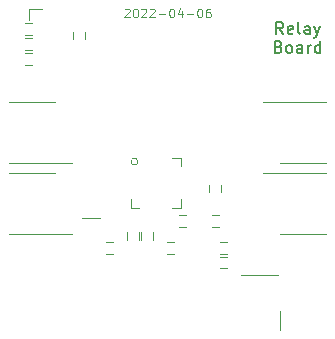
<source format=gbr>
%TF.GenerationSoftware,KiCad,Pcbnew,(6.0.2-0)*%
%TF.CreationDate,2022-04-19T10:39:15+01:00*%
%TF.ProjectId,Relay,52656c61-792e-46b6-9963-61645f706362,2*%
%TF.SameCoordinates,Original*%
%TF.FileFunction,Legend,Top*%
%TF.FilePolarity,Positive*%
%FSLAX46Y46*%
G04 Gerber Fmt 4.6, Leading zero omitted, Abs format (unit mm)*
G04 Created by KiCad (PCBNEW (6.0.2-0)) date 2022-04-19 10:39:15*
%MOMM*%
%LPD*%
G01*
G04 APERTURE LIST*
%ADD10C,0.150000*%
%ADD11C,0.100000*%
%ADD12C,0.120000*%
G04 APERTURE END LIST*
D10*
X114535714Y-34147380D02*
X114202380Y-33671190D01*
X113964285Y-34147380D02*
X113964285Y-33147380D01*
X114345238Y-33147380D01*
X114440476Y-33195000D01*
X114488095Y-33242619D01*
X114535714Y-33337857D01*
X114535714Y-33480714D01*
X114488095Y-33575952D01*
X114440476Y-33623571D01*
X114345238Y-33671190D01*
X113964285Y-33671190D01*
X115345238Y-34099761D02*
X115250000Y-34147380D01*
X115059523Y-34147380D01*
X114964285Y-34099761D01*
X114916666Y-34004523D01*
X114916666Y-33623571D01*
X114964285Y-33528333D01*
X115059523Y-33480714D01*
X115250000Y-33480714D01*
X115345238Y-33528333D01*
X115392857Y-33623571D01*
X115392857Y-33718809D01*
X114916666Y-33814047D01*
X115964285Y-34147380D02*
X115869047Y-34099761D01*
X115821428Y-34004523D01*
X115821428Y-33147380D01*
X116773809Y-34147380D02*
X116773809Y-33623571D01*
X116726190Y-33528333D01*
X116630952Y-33480714D01*
X116440476Y-33480714D01*
X116345238Y-33528333D01*
X116773809Y-34099761D02*
X116678571Y-34147380D01*
X116440476Y-34147380D01*
X116345238Y-34099761D01*
X116297619Y-34004523D01*
X116297619Y-33909285D01*
X116345238Y-33814047D01*
X116440476Y-33766428D01*
X116678571Y-33766428D01*
X116773809Y-33718809D01*
X117154761Y-33480714D02*
X117392857Y-34147380D01*
X117630952Y-33480714D02*
X117392857Y-34147380D01*
X117297619Y-34385476D01*
X117250000Y-34433095D01*
X117154761Y-34480714D01*
X114154761Y-35233571D02*
X114297619Y-35281190D01*
X114345238Y-35328809D01*
X114392857Y-35424047D01*
X114392857Y-35566904D01*
X114345238Y-35662142D01*
X114297619Y-35709761D01*
X114202380Y-35757380D01*
X113821428Y-35757380D01*
X113821428Y-34757380D01*
X114154761Y-34757380D01*
X114250000Y-34805000D01*
X114297619Y-34852619D01*
X114345238Y-34947857D01*
X114345238Y-35043095D01*
X114297619Y-35138333D01*
X114250000Y-35185952D01*
X114154761Y-35233571D01*
X113821428Y-35233571D01*
X114964285Y-35757380D02*
X114869047Y-35709761D01*
X114821428Y-35662142D01*
X114773809Y-35566904D01*
X114773809Y-35281190D01*
X114821428Y-35185952D01*
X114869047Y-35138333D01*
X114964285Y-35090714D01*
X115107142Y-35090714D01*
X115202380Y-35138333D01*
X115250000Y-35185952D01*
X115297619Y-35281190D01*
X115297619Y-35566904D01*
X115250000Y-35662142D01*
X115202380Y-35709761D01*
X115107142Y-35757380D01*
X114964285Y-35757380D01*
X116154761Y-35757380D02*
X116154761Y-35233571D01*
X116107142Y-35138333D01*
X116011904Y-35090714D01*
X115821428Y-35090714D01*
X115726190Y-35138333D01*
X116154761Y-35709761D02*
X116059523Y-35757380D01*
X115821428Y-35757380D01*
X115726190Y-35709761D01*
X115678571Y-35614523D01*
X115678571Y-35519285D01*
X115726190Y-35424047D01*
X115821428Y-35376428D01*
X116059523Y-35376428D01*
X116154761Y-35328809D01*
X116630952Y-35757380D02*
X116630952Y-35090714D01*
X116630952Y-35281190D02*
X116678571Y-35185952D01*
X116726190Y-35138333D01*
X116821428Y-35090714D01*
X116916666Y-35090714D01*
X117678571Y-35757380D02*
X117678571Y-34757380D01*
X117678571Y-35709761D02*
X117583333Y-35757380D01*
X117392857Y-35757380D01*
X117297619Y-35709761D01*
X117250000Y-35662142D01*
X117202380Y-35566904D01*
X117202380Y-35281190D01*
X117250000Y-35185952D01*
X117297619Y-35138333D01*
X117392857Y-35090714D01*
X117583333Y-35090714D01*
X117678571Y-35138333D01*
D11*
%TO.C,U1*%
X101107142Y-32060714D02*
X101142857Y-32025000D01*
X101214285Y-31989285D01*
X101392857Y-31989285D01*
X101464285Y-32025000D01*
X101500000Y-32060714D01*
X101535714Y-32132142D01*
X101535714Y-32203571D01*
X101500000Y-32310714D01*
X101071428Y-32739285D01*
X101535714Y-32739285D01*
X102000000Y-31989285D02*
X102071428Y-31989285D01*
X102142857Y-32025000D01*
X102178571Y-32060714D01*
X102214285Y-32132142D01*
X102250000Y-32275000D01*
X102250000Y-32453571D01*
X102214285Y-32596428D01*
X102178571Y-32667857D01*
X102142857Y-32703571D01*
X102071428Y-32739285D01*
X102000000Y-32739285D01*
X101928571Y-32703571D01*
X101892857Y-32667857D01*
X101857142Y-32596428D01*
X101821428Y-32453571D01*
X101821428Y-32275000D01*
X101857142Y-32132142D01*
X101892857Y-32060714D01*
X101928571Y-32025000D01*
X102000000Y-31989285D01*
X102535714Y-32060714D02*
X102571428Y-32025000D01*
X102642857Y-31989285D01*
X102821428Y-31989285D01*
X102892857Y-32025000D01*
X102928571Y-32060714D01*
X102964285Y-32132142D01*
X102964285Y-32203571D01*
X102928571Y-32310714D01*
X102500000Y-32739285D01*
X102964285Y-32739285D01*
X103250000Y-32060714D02*
X103285714Y-32025000D01*
X103357142Y-31989285D01*
X103535714Y-31989285D01*
X103607142Y-32025000D01*
X103642857Y-32060714D01*
X103678571Y-32132142D01*
X103678571Y-32203571D01*
X103642857Y-32310714D01*
X103214285Y-32739285D01*
X103678571Y-32739285D01*
X104000000Y-32453571D02*
X104571428Y-32453571D01*
X105071428Y-31989285D02*
X105142857Y-31989285D01*
X105214285Y-32025000D01*
X105250000Y-32060714D01*
X105285714Y-32132142D01*
X105321428Y-32275000D01*
X105321428Y-32453571D01*
X105285714Y-32596428D01*
X105250000Y-32667857D01*
X105214285Y-32703571D01*
X105142857Y-32739285D01*
X105071428Y-32739285D01*
X105000000Y-32703571D01*
X104964285Y-32667857D01*
X104928571Y-32596428D01*
X104892857Y-32453571D01*
X104892857Y-32275000D01*
X104928571Y-32132142D01*
X104964285Y-32060714D01*
X105000000Y-32025000D01*
X105071428Y-31989285D01*
X105964285Y-32239285D02*
X105964285Y-32739285D01*
X105785714Y-31953571D02*
X105607142Y-32489285D01*
X106071428Y-32489285D01*
X106357142Y-32453571D02*
X106928571Y-32453571D01*
X107428571Y-31989285D02*
X107500000Y-31989285D01*
X107571428Y-32025000D01*
X107607142Y-32060714D01*
X107642857Y-32132142D01*
X107678571Y-32275000D01*
X107678571Y-32453571D01*
X107642857Y-32596428D01*
X107607142Y-32667857D01*
X107571428Y-32703571D01*
X107500000Y-32739285D01*
X107428571Y-32739285D01*
X107357142Y-32703571D01*
X107321428Y-32667857D01*
X107285714Y-32596428D01*
X107250000Y-32453571D01*
X107250000Y-32275000D01*
X107285714Y-32132142D01*
X107321428Y-32060714D01*
X107357142Y-32025000D01*
X107428571Y-31989285D01*
X108321428Y-31989285D02*
X108178571Y-31989285D01*
X108107142Y-32025000D01*
X108071428Y-32060714D01*
X108000000Y-32167857D01*
X107964285Y-32310714D01*
X107964285Y-32596428D01*
X108000000Y-32667857D01*
X108035714Y-32703571D01*
X108107142Y-32739285D01*
X108250000Y-32739285D01*
X108321428Y-32703571D01*
X108357142Y-32667857D01*
X108392857Y-32596428D01*
X108392857Y-32417857D01*
X108357142Y-32346428D01*
X108321428Y-32310714D01*
X108250000Y-32275000D01*
X108107142Y-32275000D01*
X108035714Y-32310714D01*
X108000000Y-32346428D01*
X107964285Y-32417857D01*
D12*
%TO.C,R7*%
X103500000Y-50950000D02*
X103500000Y-51550000D01*
X102500000Y-50950000D02*
X102500000Y-51550000D01*
%TO.C,R6*%
X101300000Y-51550000D02*
X101300000Y-50950000D01*
X102300000Y-51550000D02*
X102300000Y-50950000D01*
%TO.C,U7*%
X114275000Y-57625000D02*
X114275000Y-59225000D01*
X111000000Y-54575000D02*
X114100000Y-54575000D01*
%TO.C,U6*%
X116250000Y-39940000D02*
X118200000Y-39940000D01*
X116250000Y-45060000D02*
X114300000Y-45060000D01*
X116250000Y-45060000D02*
X118200000Y-45060000D01*
X116250000Y-39940000D02*
X112800000Y-39940000D01*
%TO.C,U5*%
X93250000Y-51060000D02*
X91300000Y-51060000D01*
X93250000Y-45940000D02*
X95200000Y-45940000D01*
X93250000Y-45940000D02*
X91300000Y-45940000D01*
X93250000Y-51060000D02*
X96700000Y-51060000D01*
%TO.C,U4*%
X116250000Y-45940000D02*
X118200000Y-45940000D01*
X116250000Y-51060000D02*
X114300000Y-51060000D01*
X116250000Y-51060000D02*
X118200000Y-51060000D01*
X116250000Y-45940000D02*
X112800000Y-45940000D01*
%TO.C,U3*%
X93250000Y-45060000D02*
X91300000Y-45060000D01*
X93250000Y-39940000D02*
X95200000Y-39940000D01*
X93250000Y-39940000D02*
X91300000Y-39940000D01*
X93250000Y-45060000D02*
X96700000Y-45060000D01*
%TO.C,U2*%
X105135000Y-44640000D02*
X105860000Y-44640000D01*
X102365000Y-48860000D02*
X101640000Y-48860000D01*
X105135000Y-48860000D02*
X105860000Y-48860000D01*
X101640000Y-48860000D02*
X101640000Y-48135000D01*
X105860000Y-44640000D02*
X105860000Y-45365000D01*
X105860000Y-48860000D02*
X105860000Y-48135000D01*
X102232843Y-44950000D02*
G75*
G03*
X102232843Y-44950000I-282843J0D01*
G01*
%TO.C,R12*%
X109200000Y-53000000D02*
X109800000Y-53000000D01*
X109200000Y-54000000D02*
X109800000Y-54000000D01*
%TO.C,R11*%
X109200000Y-52750000D02*
X109800000Y-52750000D01*
X109200000Y-51750000D02*
X109800000Y-51750000D01*
%TO.C,R10*%
X92700000Y-35750000D02*
X93300000Y-35750000D01*
X92700000Y-36750000D02*
X93300000Y-36750000D01*
%TO.C,R9*%
X92700000Y-34500000D02*
X93300000Y-34500000D01*
X92700000Y-35500000D02*
X93300000Y-35500000D01*
%TO.C,R8*%
X92700000Y-33250000D02*
X93300000Y-33250000D01*
X92700000Y-34250000D02*
X93300000Y-34250000D01*
%TO.C,R5*%
X105300000Y-52750000D02*
X104700000Y-52750000D01*
X105300000Y-51750000D02*
X104700000Y-51750000D01*
%TO.C,R4*%
X100100000Y-52750000D02*
X99500000Y-52750000D01*
X100100000Y-51750000D02*
X99500000Y-51750000D01*
%TO.C,R3*%
X108500000Y-49500000D02*
X109100000Y-49500000D01*
X108500000Y-50500000D02*
X109100000Y-50500000D01*
%TO.C,R2*%
X105700000Y-49500000D02*
X106300000Y-49500000D01*
X105700000Y-50500000D02*
X106300000Y-50500000D01*
%TO.C,R1*%
X96750000Y-34550000D02*
X96750000Y-33950000D01*
X97750000Y-34550000D02*
X97750000Y-33950000D01*
%TO.C,D2*%
X97500000Y-49750000D02*
X99000000Y-49750000D01*
%TO.C,D1*%
X94100000Y-32000000D02*
X93000000Y-32000000D01*
X93000000Y-32000000D02*
X93000000Y-33000000D01*
%TO.C,C1*%
X109250000Y-47550000D02*
X109250000Y-46950000D01*
X108250000Y-47550000D02*
X108250000Y-46950000D01*
%TD*%
M02*

</source>
